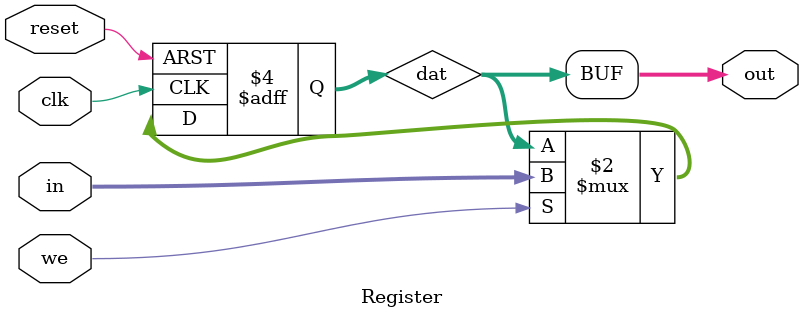
<source format=sv>
/** 
 * Flip-Flop Register with write enabling port
 * @author Fudanyrd
 */
module Register #(parameter WIDTH = 32 /*may be 64*/)
(
  input  logic clk,             // clock signal
  input  logic reset,           // initialize to 0.
  input  logic we,              // write enabled, set to be 1 if not needed!
  input  logic[WIDTH-1:0] in,   // input
  output logic[WIDTH-1:0] out   // output
);
  /** YOUR CODE HERE */
  logic[WIDTH-1:0] dat;  // will need some way to retain previous signal
  // sychronous control
  always_ff @(posedge clk, posedge reset)
    if (reset) dat <= 0;
    else 
    if (we)  // if write enabled.
      begin
        dat <= in;
      end
  assign out = dat;
endmodule

</source>
